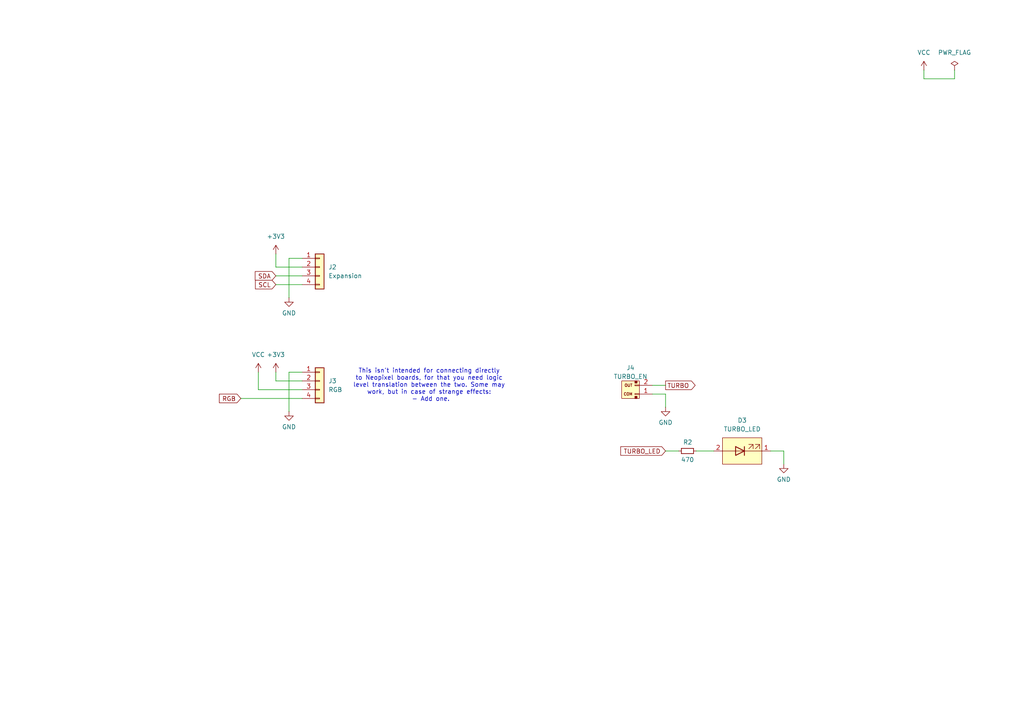
<source format=kicad_sch>
(kicad_sch (version 20231120) (generator "eeschema") (generator_version "8.0")
  (paper "A4")
  (lib_symbols
    (symbol "Connector_Generic:Conn_01x04" (pin_names (offset 1.016) hide)
      (property "Reference" "J" (at 0 5.08 0))
      (property "Value" "Conn_01x04" (at 0 -7.62 0))
      (symbol "Conn_01x04_1_1"
        (rectangle (start -1.27 -4.953) (end 0 -5.207) (stroke (width 0.1524)))
        (rectangle (start -1.27 -2.413) (end 0 -2.667) (stroke (width 0.1524)))
        (rectangle (start -1.27 0.127) (end 0 -0.127) (stroke (width 0.1524)))
        (rectangle (start -1.27 2.667) (end 0 2.413) (stroke (width 0.1524)))
        (rectangle (start -1.27 3.81) (end 1.27 -6.35) (stroke (width 0.254)) (fill (type background)))
        (pin passive line (at -5.08 2.54 0) (length 3.81) (name "Pin_1") (number "1"))
        (pin passive line (at -5.08 0 0) (length 3.81) (name "Pin_2") (number "2"))
        (pin passive line (at -5.08 -2.54 0) (length 3.81) (name "Pin_3") (number "3"))
        (pin passive line (at -5.08 -5.08 0) (length 3.81) (name "Pin_4") (number "4"))
      )
    )
    (symbol "Device:R_Small" (pin_numbers hide) (pin_names (offset 0.254) hide)
      (property "Reference" "R" (at 0.762 0.508 0))
      (property "Value" "R_Small" (at 0.762 -1.016 0))
      (symbol "R_Small_0_1"
        (rectangle (start -0.762 1.778) (end 0.762 -1.778) (stroke (width 0.2032)))
      )
      (symbol "R_Small_1_1"
        (pin passive line (at 0 2.54 270) (length 0.762) (name "~") (number "1"))
        (pin passive line (at 0 -2.54 90) (length 0.762) (name "~") (number "2"))
      )
    )
    (symbol "arcade:LED_Plugin" (pin_names (offset 1.016) hide)
      (property "Reference" "D" (at 0 2.54 0))
      (property "Value" "LED_Plugin" (at 0 -5.08 0))
      (symbol "LED_Plugin_0_1"
        (rectangle (start -6.35 3.81) (end 5.08 -3.81) (fill (type background)))
        (polyline (pts (xy -1.27 -1.27) (xy -1.27 1.27)) (stroke (width 0.254)))
        (polyline (pts (xy -1.27 0) (xy -6.35 0)))
        (polyline (pts (xy -1.27 0) (xy 1.27 0)))
        (polyline (pts (xy 1.27 0) (xy 5.08 0)))
        (polyline (pts (xy 1.27 -1.27) (xy 1.27 1.27) (xy -1.27 0) (xy 1.27 -1.27)) (stroke (width 0.254)))
        (polyline (pts (xy -4.445 -0.635) (xy -5.715 -1.905) (xy -4.445 -1.905) (xy -5.715 -1.905) (xy -5.715 -0.635)))
        (polyline (pts (xy -2.54 -0.635) (xy -3.81 -1.905) (xy -2.54 -1.905) (xy -3.81 -1.905) (xy -3.81 -0.635)))
      )
      (symbol "LED_Plugin_1_1"
        (pin passive line (at -8.89 0 0) (length 2.54) (name "K") (number "1"))
        (pin passive line (at 7.62 0 180) (length 2.54) (name "A") (number "2"))
      )
    )
    (symbol "arcade:SWITCH" (pin_names (offset 1.016) hide)
      (property "Reference" "J" (at 0 3.81 0))
      (property "Value" "SWITCH" (at 0 -3.81 0))
      (symbol "SWITCH_0_1"
        (rectangle (start -1.905 2.54) (end -1.27 1.905) (fill (type outline)))
        (rectangle (start -1.27 -2.54) (end -1.905 -1.905) (fill (type outline)))
      )
      (symbol "SWITCH_1_1"
        (rectangle (start -2.54 -1.143) (end -1.27 -1.397) (stroke (width 0.1524)))
        (rectangle (start -2.54 1.397) (end -1.27 1.143) (stroke (width 0.1524)))
        (rectangle (start -2.54 2.54) (end 2.54 -2.54) (fill (type background)))
        (text "COM" (at -0.635 -1.27 0) (effects (font (size 0.7874 0.7874)) (justify left)))
        (text "OUT" (at -0.635 1.27 0) (effects (font (size 0.7874 0.7874)) (justify left)))
        (pin passive line (at -6.35 -1.27 0) (length 3.81) (name "Pin_1") (number "1"))
        (pin passive line (at -6.35 1.27 0) (length 3.81) (name "Pin_2") (number "2"))
      )
    )
    (symbol "power:+3V3" (power) (pin_numbers hide) (pin_names (offset 0) hide)
      (property "Value" "+3V3" (at 0 3.556 0))
      (symbol "+3V3_0_1"
        (polyline (pts (xy -0.762 1.27) (xy 0 2.54)))
        (polyline (pts (xy 0 0) (xy 0 2.54)))
        (polyline (pts (xy 0 2.54) (xy 0.762 1.27)))
      )
      (symbol "+3V3_1_1"
        (pin power_in line (at 0 0 90) (length 0) (name "~") (number "1"))
      )
    )
    (symbol "power:GND" (power) (pin_numbers hide) (pin_names (offset 0) hide)
      (property "Value" "GND" (at 0 -3.81 0))
      (symbol "GND_0_1"
        (polyline (pts (xy 0 0) (xy 0 -1.27) (xy 1.27 -1.27) (xy 0 -2.54) (xy -1.27 -1.27) (xy 0 -1.27)))
      )
      (symbol "GND_1_1"
        (pin power_in line (at 0 0 270) (length 0) (name "~") (number "1"))
      )
    )
    (symbol "power:PWR_FLAG" (power) (pin_numbers hide) (pin_names (offset 0) hide)
      (property "Value" "PWR_FLAG" (at 0 3.81 0))
      (symbol "PWR_FLAG_0_0"
        (pin power_out line (at 0 0 90) (length 0) (name "~") (number "1"))
      )
      (symbol "PWR_FLAG_0_1"
        (polyline (pts (xy 0 0) (xy 0 1.27) (xy -1.016 1.905) (xy 0 2.54) (xy 1.016 1.905) (xy 0 1.27)))
      )
    )
    (symbol "power:VCC" (power) (pin_numbers hide) (pin_names (offset 0) hide)
      (property "Value" "VCC" (at 0 3.556 0))
      (symbol "VCC_0_1"
        (polyline (pts (xy -0.762 1.27) (xy 0 2.54)))
        (polyline (pts (xy 0 0) (xy 0 2.54)))
        (polyline (pts (xy 0 2.54) (xy 0.762 1.27)))
      )
      (symbol "VCC_1_1"
        (pin power_in line (at 0 0 90) (length 0) (name "~") (number "1"))
      )
    )
  )
  (wire (pts (xy 80.01 80.01) (xy 87.63 80.01)))
  (wire (pts (xy 223.52 130.81) (xy 227.33 130.81)))
  (wire (pts (xy 80.01 73.66) (xy 80.01 77.47)))
  (wire (pts (xy 193.04 130.81) (xy 196.85 130.81)))
  (wire (pts (xy 267.97 22.86) (xy 276.86 22.86)))
  (wire (pts (xy 83.82 119.38) (xy 83.82 107.95)))
  (wire (pts (xy 69.85 115.57) (xy 87.63 115.57)))
  (wire (pts (xy 80.01 110.49) (xy 87.63 110.49)))
  (wire (pts (xy 87.63 77.47) (xy 80.01 77.47)))
  (wire (pts (xy 189.23 114.3) (xy 193.04 114.3)))
  (wire (pts (xy 83.82 86.36) (xy 83.82 74.93)))
  (wire (pts (xy 267.97 20.32) (xy 267.97 22.86)))
  (wire (pts (xy 189.23 111.76) (xy 193.04 111.76)))
  (wire (pts (xy 193.04 114.3) (xy 193.04 118.11)))
  (wire (pts (xy 83.82 107.95) (xy 87.63 107.95)))
  (wire (pts (xy 74.93 107.95) (xy 74.93 113.03)))
  (wire (pts (xy 80.01 107.95) (xy 80.01 110.49)))
  (wire (pts (xy 83.82 74.93) (xy 87.63 74.93)))
  (wire (pts (xy 74.93 113.03) (xy 87.63 113.03)))
  (wire (pts (xy 80.01 82.55) (xy 87.63 82.55)))
  (wire (pts (xy 201.93 130.81) (xy 207.01 130.81)))
  (wire (pts (xy 276.86 22.86) (xy 276.86 20.32)))
  (wire (pts (xy 227.33 130.81) (xy 227.33 134.62)))
  (text "This isn't intended for connecting directly\nto Neopixel boards, for that you need logic\nlevel translation between the two. Some may\nwork, but in case of strange effects:\n - Add one." (at 124.46 111.76 0) (effects (font (size 1.27 1.27))))
  (global_label "SCL" (shape input) (at 80.01 82.55 180) (property "Intersheetrefs" "${INTERSHEET_REFS}" (effects (hide yes))))
  (global_label "RGB" (shape input) (at 69.85 115.57 180) (property "Intersheetrefs" "${INTERSHEET_REFS}" (effects (hide yes))))
  (global_label "TURBO_LED" (shape input) (at 193.04 130.81 180) (property "Intersheetrefs" "${INTERSHEET_REFS}" (effects (hide yes))))
  (global_label "SDA" (shape input) (at 80.01 80.01 180) (property "Intersheetrefs" "${INTERSHEET_REFS}" (effects (hide yes))))
  (global_label "TURBO" (shape output) (at 193.04 111.76 0) (property "Intersheetrefs" "${INTERSHEET_REFS}" (effects (hide yes))))
  (symbol (lib_id "power:GND") (at 83.82 86.36 0) (unit 1)
    (property "Reference" "#PWR012" (effects (hide yes)))
    (property "Value" "GND" (at 83.82 90.805 0))
    (property "Description" "Power symbol creates a global label with name \"GND\" , ground" (effects (hide yes)))
  )
  (symbol (lib_id "power:PWR_FLAG") (at 276.86 20.32 0) (unit 1)
    (property "Reference" "#FLG01" (effects (hide yes)))
    (property "Value" "PWR_FLAG" (at 276.86 15.24 0))
    (property "Description" "Special symbol for telling ERC where power comes from" (effects (hide yes)))
  )
  (symbol (lib_id "arcade:LED_Plugin") (at 214.63 130.81 180) (unit 1)
    (property "Reference" "D3" (at 215.265 121.92 0))
    (property "Value" "TURBO_LED" (at 215.265 124.46 0))
    (property "Footprint" "Connector_JST:JST_XH_B2B-XH-A_1x02_P2.50mm_Vertical" (effects (hide yes)))
    (property "Description" "Light emitting diode" (effects (hide yes)))
  )
  (symbol (lib_id "power:+3V3") (at 80.01 73.66 0) (unit 1)
    (property "Reference" "#PWR08" (effects (hide yes)))
    (property "Value" "+3V3" (at 80.01 68.58 0))
    (property "Description" "Power symbol creates a global label with name \"+3V3\"" (effects (hide yes)))
  )
  (symbol (lib_id "power:VCC") (at 74.93 107.95 0) (unit 1)
    (property "Reference" "#PWR06" (effects (hide yes)))
    (property "Value" "VCC" (at 74.93 102.87 0))
    (property "Description" "Power symbol creates a global label with name \"VCC\"" (effects (hide yes)))
  )
  (symbol (lib_id "Connector_Generic:Conn_01x04") (at 92.71 110.49 0) (unit 1)
    (property "Reference" "J3" (at 95.25 110.4899 0) (effects (justify left)))
    (property "Value" "RGB" (at 95.25 113.0299 0) (effects (justify left)))
    (property "Footprint" "Connector_JST:JST_XH_B4B-XH-A_1x04_P2.50mm_Vertical" (effects (hide yes)))
    (property "Description" "Generic connector, single row, 01x04, script generated (kicad-library-utils/schlib/autogen/connector/)" (effects (hide yes)))
  )
  (symbol (lib_id "Connector_Generic:Conn_01x04") (at 92.71 77.47 0) (unit 1)
    (property "Reference" "J2" (at 95.25 77.4699 0) (effects (justify left)))
    (property "Value" "Expansion" (at 95.25 80.0099 0) (effects (justify left)))
    (property "Footprint" "Connector_JST:JST_XH_B4B-XH-A_1x04_P2.50mm_Vertical" (effects (hide yes)))
    (property "Description" "Generic connector, single row, 01x04, script generated (kicad-library-utils/schlib/autogen/connector/)" (effects (hide yes)))
  )
  (symbol (lib_id "Device:R_Small") (at 199.39 130.81 270) (unit 1)
    (property "Reference" "R2" (at 198.12 128.27 90) (effects (justify left)))
    (property "Value" "470" (at 197.485 133.35 90) (effects (justify left)))
    (property "Footprint" "Resistor_THT:R_Axial_DIN0207_L6.3mm_D2.5mm_P10.16mm_Horizontal" (effects (hide yes)))
  )
  (symbol (lib_id "power:VCC") (at 267.97 20.32 0) (unit 1)
    (property "Reference" "#PWR017" (effects (hide yes)))
    (property "Value" "VCC" (at 267.97 15.24 0))
    (property "Description" "Power symbol creates a global label with name \"VCC\"" (effects (hide yes)))
  )
  (symbol (lib_id "arcade:SWITCH") (at 182.88 113.03 0) (mirror y) (unit 1)
    (property "Reference" "J4" (at 182.88 106.68 0))
    (property "Value" "TURBO_EN" (at 182.88 109.22 0))
    (property "Footprint" "Connector_JST:JST_XH_B2B-XH-A_1x02_P2.50mm_Vertical" (effects (hide yes)))
    (property "Description" "Generic connector, single row, 01x05, script generated (kicad-library-utils/schlib/autogen/connector/)" (effects (hide yes)))
  )
  (symbol (lib_id "power:GND") (at 83.82 119.38 0) (unit 1)
    (property "Reference" "#PWR013" (effects (hide yes)))
    (property "Value" "GND" (at 83.82 123.825 0))
    (property "Description" "Power symbol creates a global label with name \"GND\" , ground" (effects (hide yes)))
  )
  (symbol (lib_id "power:+3V3") (at 80.01 107.95 0) (unit 1)
    (property "Reference" "#PWR011" (effects (hide yes)))
    (property "Value" "+3V3" (at 80.01 102.87 0))
    (property "Description" "Power symbol creates a global label with name \"+3V3\"" (effects (hide yes)))
  )
  (symbol (lib_id "power:GND") (at 193.04 118.11 0) (unit 1)
    (property "Reference" "#PWR019" (effects (hide yes)))
    (property "Value" "GND" (at 193.04 122.555 0))
    (property "Description" "Power symbol creates a global label with name \"GND\" , ground" (effects (hide yes)))
  )
  (symbol (lib_id "power:GND") (at 227.33 134.62 0) (unit 1)
    (property "Reference" "#PWR020" (effects (hide yes)))
    (property "Value" "GND" (at 227.33 139.065 0))
    (property "Description" "Power symbol creates a global label with name \"GND\" , ground" (effects (hide yes)))
  )
)
</source>
